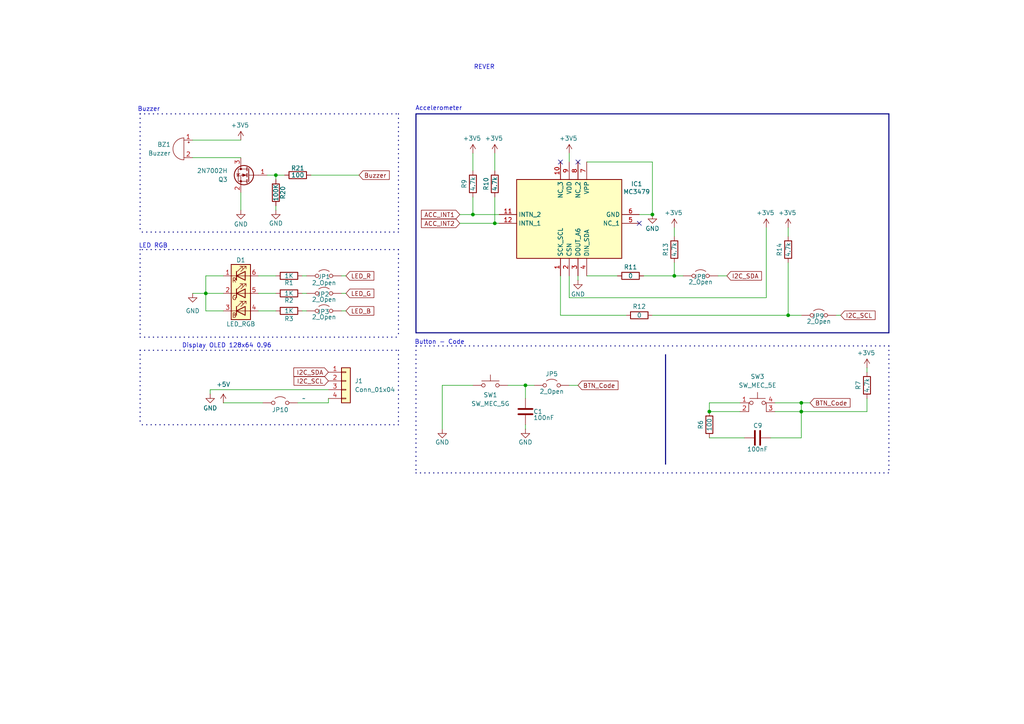
<source format=kicad_sch>
(kicad_sch (version 20231120) (generator "eeschema") (generator_version "8.0")
  (paper "A4")
  (lib_symbols
    (symbol "Connector_Generic:Conn_01x04" (pin_names (offset 1.016) hide)
      (property "Reference" "J" (at 0 5.08 0))
      (property "Value" "Conn_01x04" (at 0 -7.62 0))
      (symbol "Conn_01x04_1_1"
        (rectangle (start -1.27 -4.953) (end 0 -5.207) (stroke (width 0.1524)))
        (rectangle (start -1.27 -2.413) (end 0 -2.667) (stroke (width 0.1524)))
        (rectangle (start -1.27 0.127) (end 0 -0.127) (stroke (width 0.1524)))
        (rectangle (start -1.27 2.667) (end 0 2.413) (stroke (width 0.1524)))
        (rectangle (start -1.27 3.81) (end 1.27 -6.35) (stroke (width 0.254)) (fill (type background)))
        (pin passive line (at -5.08 2.54 0) (length 3.81) (name "Pin_1") (number "1"))
        (pin passive line (at -5.08 0 0) (length 3.81) (name "Pin_2") (number "2"))
        (pin passive line (at -5.08 -2.54 0) (length 3.81) (name "Pin_3") (number "3"))
        (pin passive line (at -5.08 -5.08 0) (length 3.81) (name "Pin_4") (number "4"))
      )
    )
    (symbol "Device:Buzzer" (pin_names (offset 0.0254) hide)
      (property "Reference" "BZ" (at 3.81 1.27 0))
      (property "Value" "Buzzer" (at 3.81 -1.27 0))
      (symbol "Buzzer_0_1"
        (arc (start 0 -3.175) (mid 3.1612 0) (end 0 3.175))
        (polyline (pts (xy -1.651 1.905) (xy -1.143 1.905)))
        (polyline (pts (xy -1.397 2.159) (xy -1.397 1.651)))
        (polyline (pts (xy 0 3.175) (xy 0 -3.175)))
      )
      (symbol "Buzzer_1_1"
        (pin passive line (at -2.54 2.54 0) (length 2.54) (name "+") (number "1"))
        (pin passive line (at -2.54 -2.54 0) (length 2.54) (name "-") (number "2"))
      )
    )
    (symbol "Device:C" (pin_numbers hide) (pin_names (offset 0.254))
      (property "Reference" "C" (at 0.635 2.54 0))
      (property "Value" "C" (at 0.635 -2.54 0))
      (symbol "C_0_1"
        (polyline (pts (xy -2.032 -0.762) (xy 2.032 -0.762)) (stroke (width 0.508)))
        (polyline (pts (xy -2.032 0.762) (xy 2.032 0.762)) (stroke (width 0.508)))
      )
      (symbol "C_1_1"
        (pin passive line (at 0 3.81 270) (length 2.794) (name "~") (number "1"))
        (pin passive line (at 0 -3.81 90) (length 2.794) (name "~") (number "2"))
      )
    )
    (symbol "Device:LED_RGB" (pin_names (offset 0) hide)
      (property "Reference" "D" (at 0 9.398 0))
      (property "Value" "LED_RGB" (at 0 -8.89 0))
      (symbol "LED_RGB_0_0"
        (text "B" (at -1.905 -6.35 0) (effects (font (size 1.27 1.27))))
        (text "G" (at -1.905 -1.27 0) (effects (font (size 1.27 1.27))))
        (text "R" (at -1.905 3.81 0) (effects (font (size 1.27 1.27))))
      )
      (symbol "LED_RGB_0_1"
        (polyline (pts (xy -1.27 -5.08) (xy -2.54 -5.08)))
        (polyline (pts (xy -1.27 -5.08) (xy 1.27 -5.08)))
        (polyline (pts (xy -1.27 -3.81) (xy -1.27 -6.35)) (stroke (width 0.254)))
        (polyline (pts (xy -1.27 0) (xy -2.54 0)))
        (polyline (pts (xy -1.27 1.27) (xy -1.27 -1.27)) (stroke (width 0.254)))
        (polyline (pts (xy -1.27 5.08) (xy -2.54 5.08)))
        (polyline (pts (xy -1.27 5.08) (xy 1.27 5.08)))
        (polyline (pts (xy -1.27 6.35) (xy -1.27 3.81)) (stroke (width 0.254)))
        (polyline (pts (xy 1.27 -5.08) (xy 2.54 -5.08)))
        (polyline (pts (xy 1.27 0) (xy -1.27 0)))
        (polyline (pts (xy 1.27 0) (xy 2.54 0)))
        (polyline (pts (xy 1.27 5.08) (xy 2.54 5.08)))
        (polyline (pts (xy -1.27 1.27) (xy -1.27 -1.27) (xy -1.27 -1.27)))
        (polyline (pts (xy -1.27 6.35) (xy -1.27 3.81) (xy -1.27 3.81)))
        (polyline (pts (xy 1.27 -3.81) (xy 1.27 -6.35) (xy -1.27 -5.08) (xy 1.27 -3.81)) (stroke (width 0.254)))
        (polyline (pts (xy 1.27 1.27) (xy 1.27 -1.27) (xy -1.27 0) (xy 1.27 1.27)) (stroke (width 0.254)))
        (polyline (pts (xy 1.27 6.35) (xy 1.27 3.81) (xy -1.27 5.08) (xy 1.27 6.35)) (stroke (width 0.254)))
        (polyline (pts (xy -1.016 -3.81) (xy 0.508 -2.286) (xy -0.254 -2.286) (xy 0.508 -2.286) (xy 0.508 -3.048)))
        (polyline (pts (xy -1.016 1.27) (xy 0.508 2.794) (xy -0.254 2.794) (xy 0.508 2.794) (xy 0.508 2.032)))
        (polyline (pts (xy -1.016 6.35) (xy 0.508 7.874) (xy -0.254 7.874) (xy 0.508 7.874) (xy 0.508 7.112)))
        (polyline (pts (xy 0 -3.81) (xy 1.524 -2.286) (xy 0.762 -2.286) (xy 1.524 -2.286) (xy 1.524 -3.048)))
        (polyline (pts (xy 0 1.27) (xy 1.524 2.794) (xy 0.762 2.794) (xy 1.524 2.794) (xy 1.524 2.032)))
        (polyline (pts (xy 0 6.35) (xy 1.524 7.874) (xy 0.762 7.874) (xy 1.524 7.874) (xy 1.524 7.112)))
        (rectangle (start 1.27 -1.27) (end 1.27 1.27))
        (rectangle (start 1.27 1.27) (end 1.27 1.27))
        (rectangle (start 1.27 3.81) (end 1.27 6.35))
        (rectangle (start 1.27 6.35) (end 1.27 6.35))
        (rectangle (start 2.794 8.382) (end -2.794 -7.62) (stroke (width 0.254)) (fill (type background)))
      )
      (symbol "LED_RGB_1_1"
        (pin passive line (at -5.08 5.08 0) (length 2.54) (name "RK") (number "1"))
        (pin passive line (at -5.08 0 0) (length 2.54) (name "GK") (number "2"))
        (pin passive line (at -5.08 -5.08 0) (length 2.54) (name "BK") (number "3"))
        (pin passive line (at 5.08 -5.08 180) (length 2.54) (name "BA") (number "4"))
        (pin passive line (at 5.08 0 180) (length 2.54) (name "GA") (number "5"))
        (pin passive line (at 5.08 5.08 180) (length 2.54) (name "RA") (number "6"))
      )
    )
    (symbol "Device:R" (pin_numbers hide) (pin_names (offset 0))
      (property "Reference" "R" (at 2.032 0 90))
      (property "Value" "R" (at 0 0 90))
      (symbol "R_0_1"
        (rectangle (start -1.016 -2.54) (end 1.016 2.54) (stroke (width 0.254)))
      )
      (symbol "R_1_1"
        (pin passive line (at 0 3.81 270) (length 1.27) (name "~") (number "1"))
        (pin passive line (at 0 -3.81 90) (length 1.27) (name "~") (number "2"))
      )
    )
    (symbol "FK:+3V5" (power) (pin_names (offset 0))
      (property "Value" "+3V5" (at 0 3.556 0))
      (symbol "+3V5_0_1"
        (polyline (pts (xy -0.762 1.27) (xy 0 2.54)))
        (polyline (pts (xy 0 0) (xy 0 2.54)))
        (polyline (pts (xy 0 2.54) (xy 0.762 1.27)))
      )
      (symbol "+3V5_1_1"
        (pin power_in line (at 0 0 90) (length 0) hide (name "+3V5") (number "1"))
      )
    )
    (symbol "Jumper:Jumper_2_Open" (pin_numbers hide) (pin_names (offset 0) hide) (exclude_from_sim yes)
      (property "Reference" "JP" (at 0 2.794 0))
      (property "Value" "Jumper_2_Open" (at 0 -2.286 0))
      (symbol "Jumper_2_Open_0_0"
        (circle (center -2.032 0) (radius 0.508))
        (circle (center 2.032 0) (radius 0.508))
      )
      (symbol "Jumper_2_Open_0_1"
        (arc (start 1.524 1.27) (mid 0 1.778) (end -1.524 1.27))
      )
      (symbol "Jumper_2_Open_1_1"
        (pin passive line (at -5.08 0 0) (length 2.54) (name "A") (number "1"))
        (pin passive line (at 5.08 0 180) (length 2.54) (name "B") (number "2"))
      )
    )
    (symbol "MC3479:MC3479"
      (property "Reference" "IC" (at 29.21 17.78 0))
      (property "Value" "MC3479" (at 29.21 15.24 0))
      (symbol "MC3479_1_1"
        (rectangle (start 5.08 12.7) (end 27.94 -17.78) (stroke (width 0.254)) (fill (type background)))
        (pin passive line (at 0 0 0) (length 5.08) (name "SCK_SCL") (number "1"))
        (pin passive line (at 33.02 0 180) (length 5.08) (name "NC_3") (number "10"))
        (pin passive line (at 17.78 17.78 270) (length 5.08) (name "INTN_2") (number "11"))
        (pin passive line (at 15.24 17.78 270) (length 5.08) (name "INTN_1") (number "12"))
        (pin passive line (at 0 -2.54 0) (length 5.08) (name "CSN") (number "2"))
        (pin passive line (at 0 -5.08 0) (length 5.08) (name "DOUT_A6") (number "3"))
        (pin passive line (at 0 -7.62 0) (length 5.08) (name "DIN_SDA") (number "4"))
        (pin passive line (at 15.24 -22.86 90) (length 5.08) (name "NC_1") (number "5"))
        (pin passive line (at 17.78 -22.86 90) (length 5.08) (name "GND") (number "6"))
        (pin passive line (at 33.02 -7.62 180) (length 5.08) (name "VPP") (number "7"))
        (pin passive line (at 33.02 -5.08 180) (length 5.08) (name "NC_2") (number "8"))
        (pin passive line (at 33.02 -2.54 180) (length 5.08) (name "VDD") (number "9"))
      )
    )
    (symbol "Switch:SW_MEC_5E" (pin_names (offset 1.016) hide)
      (property "Reference" "SW" (at 0.635 5.715 0))
      (property "Value" "SW_MEC_5E" (at 0 -3.175 0))
      (symbol "SW_MEC_5E_0_1"
        (circle (center -1.778 2.54) (radius 0.508))
        (polyline (pts (xy -2.286 3.81) (xy 2.286 3.81)))
        (polyline (pts (xy 0 3.81) (xy 0 5.588)))
        (polyline (pts (xy -2.54 0) (xy -2.54 2.54) (xy -2.286 2.54)))
        (polyline (pts (xy 2.54 0) (xy 2.54 2.54) (xy 2.286 2.54)))
        (circle (center 1.778 2.54) (radius 0.508))
        (pin passive line (at -5.08 2.54 0) (length 2.54) (name "1") (number "1"))
        (pin passive line (at -5.08 0 0) (length 2.54) (name "2") (number "2"))
        (pin passive line (at 5.08 0 180) (length 2.54) (name "K") (number "3"))
        (pin passive line (at 5.08 2.54 180) (length 2.54) (name "A") (number "4"))
      )
    )
    (symbol "Switch:SW_MEC_5G" (pin_numbers hide) (pin_names (offset 1.016) hide)
      (property "Reference" "SW" (at 1.27 2.54 0))
      (property "Value" "SW_MEC_5G" (at 0 -1.524 0))
      (symbol "SW_MEC_5G_0_1"
        (circle (center -2.032 0) (radius 0.508))
        (polyline (pts (xy 0 1.27) (xy 0 3.048)))
        (polyline (pts (xy 2.54 1.27) (xy -2.54 1.27)))
        (circle (center 2.032 0) (radius 0.508))
        (pin passive line (at -5.08 0 0) (length 2.54) (name "A") (number "1"))
        (pin passive line (at 5.08 0 180) (length 2.54) (name "B") (number "3"))
      )
      (symbol "SW_MEC_5G_1_1"
        (pin passive line (at -5.08 0 0) (length 2.54) hide (name "A") (number "2"))
        (pin passive line (at 5.08 0 180) (length 2.54) hide (name "B") (number "4"))
      )
    )
    (symbol "Transistor_FET:2N7002H" (pin_names hide)
      (property "Reference" "Q" (at 5.08 1.905 0))
      (property "Value" "2N7002H" (at 5.08 0 0))
      (symbol "2N7002H_0_1"
        (polyline (pts (xy 0.254 0) (xy -2.54 0)))
        (polyline (pts (xy 0.254 1.905) (xy 0.254 -1.905)) (stroke (width 0.254)))
        (polyline (pts (xy 0.762 -1.27) (xy 0.762 -2.286)) (stroke (width 0.254)))
        (polyline (pts (xy 0.762 0.508) (xy 0.762 -0.508)) (stroke (width 0.254)))
        (polyline (pts (xy 0.762 2.286) (xy 0.762 1.27)) (stroke (width 0.254)))
        (polyline (pts (xy 2.54 2.54) (xy 2.54 1.778)))
        (polyline (pts (xy 2.54 -2.54) (xy 2.54 0) (xy 0.762 0)))
        (polyline (pts (xy 0.762 -1.778) (xy 3.302 -1.778) (xy 3.302 1.778) (xy 0.762 1.778)))
        (polyline (pts (xy 1.016 0) (xy 2.032 0.381) (xy 2.032 -0.381) (xy 1.016 0)) (fill (type outline)))
        (polyline (pts (xy 2.794 0.508) (xy 2.921 0.381) (xy 3.683 0.381) (xy 3.81 0.254)))
        (polyline (pts (xy 3.302 0.381) (xy 2.921 -0.254) (xy 3.683 -0.254) (xy 3.302 0.381)))
        (circle (center 1.651 0) (radius 2.794) (stroke (width 0.254)))
        (circle (center 2.54 -1.778) (radius 0.254) (fill (type outline)))
        (circle (center 2.54 1.778) (radius 0.254) (fill (type outline)))
      )
      (symbol "2N7002H_1_1"
        (pin input line (at -5.08 0 0) (length 2.54) (name "G") (number "1"))
        (pin passive line (at 2.54 -5.08 90) (length 2.54) (name "S") (number "2"))
        (pin passive line (at 2.54 5.08 270) (length 2.54) (name "D") (number "3"))
      )
    )
    (symbol "power:+5V" (power) (pin_numbers hide) (pin_names (offset 0) hide)
      (property "Value" "+5V" (at 0 3.556 0))
      (symbol "+5V_0_1"
        (polyline (pts (xy -0.762 1.27) (xy 0 2.54)))
        (polyline (pts (xy 0 0) (xy 0 2.54)))
        (polyline (pts (xy 0 2.54) (xy 0.762 1.27)))
      )
      (symbol "+5V_1_1"
        (pin power_in line (at 0 0 90) (length 0) (name "~") (number "1"))
      )
    )
    (symbol "power:GND" (power) (pin_numbers hide) (pin_names (offset 0) hide)
      (property "Value" "GND" (at 0 -3.81 0))
      (symbol "GND_0_1"
        (polyline (pts (xy 0 0) (xy 0 -1.27) (xy 1.27 -1.27) (xy 0 -2.54) (xy -1.27 -1.27) (xy 0 -1.27)))
      )
      (symbol "GND_1_1"
        (pin power_in line (at 0 0 270) (length 0) (name "~") (number "1"))
      )
    )
  )
  (junction (at 195.58 80.01))
  (junction (at 189.23 62.23))
  (junction (at 232.41 116.84))
  (junction (at 80.01 50.8))
  (junction (at 137.16 62.23))
  (junction (at 232.41 119.38))
  (junction (at 228.6 91.44))
  (junction (at 59.69 85.09))
  (junction (at 152.4 111.76))
  (junction (at 143.51 64.77))
  (junction (at 205.74 119.38))
  (no_connect (at 162.56 46.99))
  (no_connect (at 185.42 64.77))
  (no_connect (at 167.64 46.99))
  (bus (pts (xy 40.64 101.6) (xy 40.64 123.19)) (stroke (width 0) (type dot)))
  (wire (pts (xy 82.55 50.8) (xy 80.01 50.8)))
  (wire (pts (xy 143.51 57.15) (xy 143.51 64.77)))
  (wire (pts (xy 195.58 80.01) (xy 186.69 80.01)))
  (wire (pts (xy 133.35 64.77) (xy 143.51 64.77)))
  (wire (pts (xy 215.9 127) (xy 205.74 127)))
  (wire (pts (xy 99.06 85.09) (xy 100.33 85.09)))
  (wire (pts (xy 165.1 111.76) (xy 167.64 111.76)))
  (wire (pts (xy 228.6 91.44) (xy 232.41 91.44)))
  (wire (pts (xy 128.27 111.76) (xy 137.16 111.76)))
  (wire (pts (xy 59.69 80.01) (xy 59.69 85.09)))
  (wire (pts (xy 86.36 116.84) (xy 95.25 116.84)))
  (wire (pts (xy 232.41 119.38) (xy 224.79 119.38)))
  (wire (pts (xy 170.18 46.99) (xy 189.23 46.99)))
  (wire (pts (xy 99.06 90.17) (xy 100.33 90.17)))
  (bus (pts (xy 115.57 101.6) (xy 115.57 123.19)) (stroke (width 0) (type dot)))
  (wire (pts (xy 167.64 81.28) (xy 167.64 80.01)))
  (wire (pts (xy 80.01 52.07) (xy 80.01 50.8)))
  (wire (pts (xy 87.63 80.01) (xy 88.9 80.01)))
  (wire (pts (xy 80.01 80.01) (xy 74.93 80.01)))
  (wire (pts (xy 137.16 62.23) (xy 144.78 62.23)))
  (bus (pts (xy 40.64 33.02) (xy 40.64 67.31)) (stroke (width 0) (type dot)))
  (wire (pts (xy 90.17 50.8) (xy 104.14 50.8)))
  (wire (pts (xy 232.41 119.38) (xy 251.46 119.38)))
  (wire (pts (xy 137.16 44.45) (xy 137.16 49.53)))
  (wire (pts (xy 152.4 115.57) (xy 152.4 111.76)))
  (wire (pts (xy 222.25 66.04) (xy 222.25 86.36)))
  (wire (pts (xy 232.41 116.84) (xy 232.41 119.38)))
  (wire (pts (xy 165.1 80.01) (xy 165.1 86.36)))
  (wire (pts (xy 80.01 60.96) (xy 80.01 59.69)))
  (bus (pts (xy 257.81 33.02) (xy 257.81 96.52)))
  (wire (pts (xy 152.4 111.76) (xy 154.94 111.76)))
  (bus (pts (xy 40.64 33.02) (xy 115.57 33.02)) (stroke (width 0) (type dot)))
  (bus (pts (xy 120.65 33.02) (xy 257.81 33.02)))
  (wire (pts (xy 165.1 86.36) (xy 222.25 86.36)))
  (wire (pts (xy 205.74 119.38) (xy 214.63 119.38)))
  (wire (pts (xy 143.51 64.77) (xy 144.78 64.77)))
  (bus (pts (xy 120.65 33.02) (xy 120.65 96.52)))
  (wire (pts (xy 208.28 80.01) (xy 210.82 80.01)))
  (bus (pts (xy 120.65 137.16) (xy 257.81 137.16)) (stroke (width 0) (type dot)))
  (wire (pts (xy 189.23 46.99) (xy 189.23 62.23)))
  (wire (pts (xy 189.23 62.23) (xy 185.42 62.23)))
  (wire (pts (xy 64.77 80.01) (xy 59.69 80.01)))
  (wire (pts (xy 69.85 40.64) (xy 55.88 40.64)))
  (wire (pts (xy 59.69 90.17) (xy 59.69 85.09)))
  (wire (pts (xy 64.77 90.17) (xy 59.69 90.17)))
  (wire (pts (xy 59.69 85.09) (xy 64.77 85.09)))
  (wire (pts (xy 87.63 90.17) (xy 88.9 90.17)))
  (wire (pts (xy 69.85 60.96) (xy 69.85 55.88)))
  (wire (pts (xy 152.4 124.46) (xy 152.4 123.19)))
  (wire (pts (xy 60.96 114.3) (xy 60.96 113.03)))
  (wire (pts (xy 179.07 80.01) (xy 170.18 80.01)))
  (wire (pts (xy 60.96 113.03) (xy 95.25 113.03)))
  (wire (pts (xy 143.51 44.45) (xy 143.51 49.53)))
  (wire (pts (xy 80.01 90.17) (xy 74.93 90.17)))
  (wire (pts (xy 228.6 76.2) (xy 228.6 91.44)))
  (wire (pts (xy 228.6 66.04) (xy 228.6 68.58)))
  (wire (pts (xy 195.58 80.01) (xy 198.12 80.01)))
  (bus (pts (xy 115.57 67.31) (xy 40.64 67.31)) (stroke (width 0) (type dot)))
  (wire (pts (xy 242.57 91.44) (xy 243.84 91.44)))
  (bus (pts (xy 120.65 100.33) (xy 120.65 137.16)) (stroke (width 0) (type dot)))
  (wire (pts (xy 214.63 116.84) (xy 205.74 116.84)))
  (wire (pts (xy 87.63 85.09) (xy 88.9 85.09)))
  (wire (pts (xy 251.46 119.38) (xy 251.46 115.57)))
  (wire (pts (xy 80.01 85.09) (xy 74.93 85.09)))
  (wire (pts (xy 80.01 50.8) (xy 77.47 50.8)))
  (wire (pts (xy 195.58 76.2) (xy 195.58 80.01)))
  (bus (pts (xy 40.64 97.79) (xy 115.57 97.79)) (stroke (width 0) (type dot)))
  (bus (pts (xy 115.57 123.19) (xy 40.64 123.19)) (stroke (width 0) (type dot)))
  (wire (pts (xy 133.35 62.23) (xy 137.16 62.23)))
  (bus (pts (xy 257.81 100.33) (xy 120.65 100.33)) (stroke (width 0) (type dot)))
  (wire (pts (xy 55.88 45.72) (xy 69.85 45.72)))
  (wire (pts (xy 251.46 106.68) (xy 251.46 107.95)))
  (wire (pts (xy 95.25 116.84) (xy 95.25 115.57)))
  (bus (pts (xy 257.81 96.52) (xy 120.65 96.52)))
  (wire (pts (xy 162.56 91.44) (xy 162.56 80.01)))
  (bus (pts (xy 40.64 101.6) (xy 115.57 101.6)) (stroke (width 0) (type dot)))
  (bus (pts (xy 115.57 72.39) (xy 115.57 97.79)) (stroke (width 0) (type dot)))
  (wire (pts (xy 232.41 119.38) (xy 232.41 127)))
  (wire (pts (xy 234.95 116.84) (xy 232.41 116.84)))
  (wire (pts (xy 224.79 116.84) (xy 232.41 116.84)))
  (wire (pts (xy 152.4 111.76) (xy 147.32 111.76)))
  (wire (pts (xy 55.88 85.09) (xy 59.69 85.09)))
  (wire (pts (xy 64.77 116.84) (xy 76.2 116.84)))
  (bus (pts (xy 257.81 100.33) (xy 257.81 137.16)) (stroke (width 0) (type dot)))
  (bus (pts (xy 40.64 72.39) (xy 40.64 97.79)) (stroke (width 0) (type dot)))
  (wire (pts (xy 128.27 124.46) (xy 128.27 111.76)))
  (bus (pts (xy 115.57 33.02) (xy 115.57 67.31)) (stroke (width 0) (type dot)))
  (wire (pts (xy 137.16 57.15) (xy 137.16 62.23)))
  (bus (pts (xy 193.04 102.87) (xy 193.04 134.62)))
  (wire (pts (xy 165.1 44.45) (xy 165.1 46.99)))
  (wire (pts (xy 189.23 91.44) (xy 228.6 91.44)))
  (wire (pts (xy 99.06 80.01) (xy 100.33 80.01)))
  (wire (pts (xy 223.52 127) (xy 232.41 127)))
  (wire (pts (xy 205.74 116.84) (xy 205.74 119.38)))
  (wire (pts (xy 181.61 91.44) (xy 162.56 91.44)))
  (bus (pts (xy 115.57 72.39) (xy 40.64 72.39)) (stroke (width 0) (type dot)))
  (wire (pts (xy 195.58 66.04) (xy 195.58 68.58)))
  (text "Display OLED 128x64 0.96" (at 65.786 100.33 0) (effects (font (size 1.27 1.27))))
  (text "LED RGB" (at 44.45 71.374 0) (effects (font (size 1.27 1.27))))
  (text "REVER" (at 140.462 19.558 0) (effects (font (size 1.27 1.27))))
  (text "Buzzer" (at 43.18 31.75 0) (effects (font (size 1.27 1.27))))
  (text "Button - Code" (at 127.508 99.314 0) (effects (font (size 1.27 1.27))))
  (text "Accelerometer" (at 127.254 31.496 0) (effects (font (size 1.27 1.27))))
  (global_label "I2C_SCL" (shape input) (at 95.25 110.49 180) (property "Intersheetrefs" "${INTERSHEET_REFS}" (effects (hide yes))))
  (global_label "LED_G" (shape input) (at 100.33 85.09 0) (property "Intersheetrefs" "${INTERSHEET_REFS}" (effects (hide yes))))
  (global_label "BTN_Code" (shape input) (at 167.64 111.76 0) (property "Intersheetrefs" "${INTERSHEET_REFS}" (effects (hide yes))))
  (global_label "Buzzer" (shape input) (at 104.14 50.8 0) (property "Intersheetrefs" "${INTERSHEET_REFS}" (effects (hide yes))))
  (global_label "I2C_SCL" (shape input) (at 243.84 91.44 0) (property "Intersheetrefs" "${INTERSHEET_REFS}" (effects (hide yes))))
  (global_label "LED_B" (shape input) (at 100.33 90.17 0) (property "Intersheetrefs" "${INTERSHEET_REFS}" (effects (hide yes))))
  (global_label "I2C_SDA" (shape input) (at 210.82 80.01 0) (property "Intersheetrefs" "${INTERSHEET_REFS}" (effects (hide yes))))
  (global_label "BTN_Code" (shape input) (at 234.95 116.84 0) (property "Intersheetrefs" "${INTERSHEET_REFS}" (effects (hide yes))))
  (global_label "LED_R" (shape input) (at 100.33 80.01 0) (property "Intersheetrefs" "${INTERSHEET_REFS}" (effects (hide yes))))
  (global_label "I2C_SDA" (shape input) (at 95.25 107.95 180) (property "Intersheetrefs" "${INTERSHEET_REFS}" (effects (hide yes))))
  (global_label "ACC_INT2" (shape input) (at 133.35 64.77 180) (property "Intersheetrefs" "${INTERSHEET_REFS}" (effects (hide yes))))
  (global_label "ACC_INT1" (shape input) (at 133.35 62.23 180) (property "Intersheetrefs" "${INTERSHEET_REFS}" (effects (hide yes))))
  (symbol (lib_id "FK:+3V5") (at 228.6 66.04 0) (unit 1)
    (property "Reference" "#PWR030" (effects (hide yes)))
    (property "Value" "+3V5" (at 228.346 61.722 0))
    (property "Description" "Power symbol creates a global label with name \"+3V8\"" (effects (hide yes)))
  )
  (symbol (lib_id "power:GND") (at 167.64 81.28 0) (unit 1)
    (property "Reference" "#PWR027" (effects (hide yes)))
    (property "Value" "GND" (at 167.64 85.344 0))
    (property "Description" "Power symbol creates a global label with name \"GND\" , ground" (effects (hide yes)))
  )
  (symbol (lib_id "FK:+3V5") (at 251.46 106.68 0) (unit 1)
    (property "Reference" "#PWR022" (effects (hide yes)))
    (property "Value" "+3V5" (at 251.206 102.362 0))
    (property "Description" "Power symbol creates a global label with name \"+3V8\"" (effects (hide yes)))
  )
  (symbol (lib_id "Device:R") (at 143.51 53.34 180) (unit 1)
    (property "Reference" "R10" (at 140.97 53.34 90))
    (property "Value" "4.7k" (at 143.51 53.34 90))
    (property "Description" "Resistor" (effects (hide yes)))
  )
  (symbol (lib_id "Device:R") (at 83.82 85.09 90) (unit 1)
    (property "Reference" "R2" (at 83.82 87.122 90))
    (property "Value" "1K" (at 83.82 85.09 90))
    (property "Description" "Resistor" (effects (hide yes)))
  )
  (symbol (lib_id "Jumper:Jumper_2_Open") (at 93.98 80.01 0) (unit 1) (exclude_from_sim yes)
    (property "Reference" "JP1" (at 93.98 80.264 0))
    (property "Value" "2_Open" (at 93.98 82.042 0))
    (property "Footprint" "TestPoint:TestPoint_2Pads_Pitch5.08mm_Drill1.3mm" (effects (hide yes)))
    (property "Description" "Jumper, 2-pole, open" (effects (hide yes)))
  )
  (symbol (lib_id "Device:R") (at 195.58 72.39 180) (unit 1)
    (property "Reference" "R13" (at 193.04 72.39 90))
    (property "Value" "4.7k" (at 195.58 72.39 90))
    (property "Description" "Resistor" (effects (hide yes)))
  )
  (symbol (lib_id "Device:R") (at 182.88 80.01 90) (unit 1)
    (property "Reference" "R11" (at 182.88 77.47 90))
    (property "Value" "0" (at 182.88 80.01 90))
    (property "Description" "Resistor" (effects (hide yes)))
  )
  (symbol (lib_id "Device:C") (at 152.4 119.38 0) (unit 1)
    (property "Reference" "C1" (at 154.686 119.38 0) (effects (justify left)))
    (property "Value" "100nF" (at 154.686 121.158 0) (effects (justify left)))
    (property "Description" "Unpolarized capacitor" (effects (hide yes)))
  )
  (symbol (lib_id "power:GND") (at 189.23 62.23 0) (unit 1)
    (property "Reference" "#PWR028" (effects (hide yes)))
    (property "Value" "GND" (at 189.23 66.294 0))
    (property "Description" "Power symbol creates a global label with name \"GND\" , ground" (effects (hide yes)))
  )
  (symbol (lib_id "Device:C") (at 219.71 127 270) (unit 1)
    (property "Reference" "C9" (at 218.44 123.444 90) (effects (justify left)))
    (property "Value" "100nF" (at 216.662 130.302 90) (effects (justify left)))
    (property "Description" "Unpolarized capacitor" (effects (hide yes)))
  )
  (symbol (lib_id "Connector_Generic:Conn_01x04") (at 100.33 110.49 0) (unit 1)
    (property "Reference" "J1" (at 102.87 110.4899 0) (effects (justify left)))
    (property "Value" "Conn_01x04" (at 102.87 113.0299 0) (effects (justify left)))
    (property "Description" "Generic connector, single row, 01x04, script generated (kicad-library-utils/schlib/autogen/connector/)" (effects (hide yes)))
  )
  (symbol (lib_id "power:GND") (at 152.4 124.46 0) (unit 1)
    (property "Reference" "#PWR010" (effects (hide yes)))
    (property "Value" "GND" (at 152.4 128.27 0))
    (property "Description" "Power symbol creates a global label with name \"GND\" , ground" (effects (hide yes)))
  )
  (symbol (lib_id "Device:LED_RGB") (at 69.85 85.09 0) (unit 1)
    (property "Reference" "D1" (at 69.85 75.438 0))
    (property "Value" "LED_RGB" (at 69.85 93.98 0))
    (property "Description" "RGB LED, 6 pin package" (effects (hide yes)))
  )
  (symbol (lib_id "Device:R") (at 251.46 111.76 180) (unit 1)
    (property "Reference" "R7" (at 248.92 111.76 90))
    (property "Value" "4.7k" (at 251.46 111.76 90))
    (property "Description" "Resistor" (effects (hide yes)))
  )
  (symbol (lib_id "FK:+3V5") (at 222.25 66.04 0) (unit 1)
    (property "Reference" "#PWR029" (effects (hide yes)))
    (property "Value" "+3V5" (at 221.996 61.722 0))
    (property "Description" "Power symbol creates a global label with name \"+3V8\"" (effects (hide yes)))
  )
  (symbol (lib_id "Device:R") (at 83.82 90.17 90) (unit 1)
    (property "Reference" "R3" (at 83.82 92.456 90))
    (property "Value" "1K" (at 83.82 90.17 90))
    (property "Description" "Resistor" (effects (hide yes)))
  )
  (symbol (lib_id "Jumper:Jumper_2_Open") (at 237.49 91.44 0) (unit 1) (exclude_from_sim yes)
    (property "Reference" "JP9" (at 237.236 91.694 0))
    (property "Value" "2_Open" (at 237.49 93.218 0))
    (property "Footprint" "TestPoint:TestPoint_2Pads_Pitch5.08mm_Drill1.3mm" (effects (hide yes)))
    (property "Description" "Jumper, 2-pole, open" (effects (hide yes)))
  )
  (symbol (lib_id "Jumper:Jumper_2_Open") (at 81.28 116.84 0) (unit 1) (exclude_from_sim yes)
    (property "Reference" "JP10" (at 81.28 118.872 0))
    (property "Value" "~" (at 88.138 115.57 0))
    (property "Footprint" "TestPoint:TestPoint_2Pads_Pitch5.08mm_Drill1.3mm" (effects (hide yes)))
    (property "Description" "Jumper, 2-pole, open" (effects (hide yes)))
  )
  (symbol (lib_id "FK:+3V5") (at 137.16 44.45 0) (unit 1)
    (property "Reference" "#PWR024" (effects (hide yes)))
    (property "Value" "+3V5" (at 136.906 40.132 0))
    (property "Description" "Power symbol creates a global label with name \"+3V8\"" (effects (hide yes)))
  )
  (symbol (lib_id "Switch:SW_MEC_5E") (at 219.71 119.38 0) (unit 1)
    (property "Reference" "SW3" (at 219.71 109.22 0))
    (property "Value" "SW_MEC_5E" (at 219.71 111.76 0))
    (property "Datasheet" "http://www.apem.com/int/index.php?controller=attachment&id_attachment=1371" (effects (hide yes)))
    (property "Description" "MEC 5E single pole normally-open tactile switch" (effects (hide yes)))
  )
  (symbol (lib_id "Jumper:Jumper_2_Open") (at 93.98 85.09 0) (unit 1) (exclude_from_sim yes)
    (property "Reference" "JP2" (at 93.726 85.344 0))
    (property "Value" "2_Open" (at 93.98 86.868 0))
    (property "Footprint" "TestPoint:TestPoint_2Pads_Pitch5.08mm_Drill1.3mm" (effects (hide yes)))
    (property "Description" "Jumper, 2-pole, open" (effects (hide yes)))
  )
  (symbol (lib_id "FK:+3V5") (at 143.51 44.45 0) (unit 1)
    (property "Reference" "#PWR045" (effects (hide yes)))
    (property "Value" "+3V5" (at 143.256 40.132 0))
    (property "Description" "Power symbol creates a global label with name \"+3V8\"" (effects (hide yes)))
  )
  (symbol (lib_id "power:+5V") (at 64.77 116.84 0) (unit 1)
    (property "Reference" "#PWR04" (effects (hide yes)))
    (property "Value" "+5V" (at 64.77 111.506 0))
    (property "Description" "Power symbol creates a global label with name \"+5V\"" (effects (hide yes)))
  )
  (symbol (lib_id "Transistor_FET:2N7002H") (at 72.39 50.8 0) (mirror y) (unit 1)
    (property "Reference" "Q3" (at 66.04 52.0701 0) (effects (justify left)))
    (property "Value" "2N7002H" (at 66.04 49.5301 0) (effects (justify left)))
    (property "Footprint" "Package_TO_SOT_SMD:SOT-23" (effects (hide yes)))
    (property "Datasheet" "http://www.diodes.com/assets/Datasheets/2N7002H.pdf" (effects (hide yes)))
    (property "Description" "0.21A Id, 60V Vds, N-Channel MOSFET, SOT-23" (effects (hide yes)))
  )
  (symbol (lib_id "Device:R") (at 80.01 55.88 180) (unit 1)
    (property "Reference" "R20" (at 82.042 55.88 90))
    (property "Value" "100K" (at 80.01 55.88 90))
    (property "Description" "Resistor" (effects (hide yes)))
  )
  (symbol (lib_id "FK:+3V5") (at 165.1 44.45 0) (unit 1)
    (property "Reference" "#PWR026" (effects (hide yes)))
    (property "Value" "+3V5" (at 164.846 40.132 0))
    (property "Description" "Power symbol creates a global label with name \"+3V8\"" (effects (hide yes)))
  )
  (symbol (lib_id "power:GND") (at 55.88 85.09 0) (unit 1)
    (property "Reference" "#PWR02" (effects (hide yes)))
    (property "Value" "GND" (at 55.88 90.17 0))
    (property "Description" "Power symbol creates a global label with name \"GND\" , ground" (effects (hide yes)))
  )
  (symbol (lib_id "power:GND") (at 128.27 124.46 0) (unit 1)
    (property "Reference" "#PWR03" (effects (hide yes)))
    (property "Value" "GND" (at 128.27 128.27 0))
    (property "Description" "Power symbol creates a global label with name \"GND\" , ground" (effects (hide yes)))
  )
  (symbol (lib_id "Jumper:Jumper_2_Open") (at 160.02 111.76 0) (unit 1) (exclude_from_sim yes)
    (property "Reference" "JP5" (at 160.02 108.458 0))
    (property "Value" "2_Open" (at 160.02 113.538 0))
    (property "Footprint" "TestPoint:TestPoint_2Pads_Pitch5.08mm_Drill1.3mm" (effects (hide yes)))
    (property "Description" "Jumper, 2-pole, open" (effects (hide yes)))
  )
  (symbol (lib_id "Device:R") (at 228.6 72.39 180) (unit 1)
    (property "Reference" "R14" (at 226.06 72.39 90))
    (property "Value" "4.7k" (at 228.6 72.39 90))
    (property "Description" "Resistor" (effects (hide yes)))
  )
  (symbol (lib_id "Jumper:Jumper_2_Open") (at 203.2 80.01 0) (unit 1) (exclude_from_sim yes)
    (property "Reference" "JP8" (at 202.946 80.264 0))
    (property "Value" "2_Open" (at 203.2 81.788 0))
    (property "Footprint" "TestPoint:TestPoint_2Pads_Pitch5.08mm_Drill1.3mm" (effects (hide yes)))
    (property "Description" "Jumper, 2-pole, open" (effects (hide yes)))
  )
  (symbol (lib_id "power:GND") (at 80.01 60.96 0) (mirror y) (unit 1)
    (property "Reference" "#PWR043" (effects (hide yes)))
    (property "Value" "GND" (at 77.978 64.77 0) (effects (justify right)))
    (property "Description" "Power symbol creates a global label with name \"GND\" , ground" (effects (hide yes)))
  )
  (symbol (lib_id "Device:R") (at 185.42 91.44 90) (unit 1)
    (property "Reference" "R12" (at 185.42 88.9 90))
    (property "Value" "0" (at 185.42 91.44 90))
    (property "Description" "Resistor" (effects (hide yes)))
  )
  (symbol (lib_id "Jumper:Jumper_2_Open") (at 93.98 90.17 0) (unit 1) (exclude_from_sim yes)
    (property "Reference" "JP3" (at 93.726 90.424 0))
    (property "Value" "2_Open" (at 93.98 91.948 0))
    (property "Footprint" "TestPoint:TestPoint_2Pads_Pitch5.08mm_Drill1.3mm" (effects (hide yes)))
    (property "Description" "Jumper, 2-pole, open" (effects (hide yes)))
  )
  (symbol (lib_id "FK:+3V5") (at 195.58 66.04 0) (unit 1)
    (property "Reference" "#PWR025" (effects (hide yes)))
    (property "Value" "+3V5" (at 195.326 61.722 0))
    (property "Description" "Power symbol creates a global label with name \"+3V8\"" (effects (hide yes)))
  )
  (symbol (lib_id "Device:R") (at 83.82 80.01 90) (unit 1)
    (property "Reference" "R1" (at 83.82 82.042 90))
    (property "Value" "1K" (at 83.82 80.01 90))
    (property "Description" "Resistor" (effects (hide yes)))
  )
  (symbol (lib_id "Device:R") (at 137.16 53.34 180) (unit 1)
    (property "Reference" "R9" (at 134.62 53.34 90))
    (property "Value" "4.7k" (at 137.16 53.34 90))
    (property "Description" "Resistor" (effects (hide yes)))
  )
  (symbol (lib_id "Device:R") (at 205.74 123.19 180) (unit 1)
    (property "Reference" "R6" (at 203.2 123.19 90))
    (property "Value" "100" (at 205.74 123.19 90))
    (property "Description" "Resistor" (effects (hide yes)))
  )
  (symbol (lib_id "FK:+3V5") (at 69.85 40.64 0) (unit 1)
    (property "Reference" "#PWR031" (effects (hide yes)))
    (property "Value" "+3V5" (at 69.596 36.322 0))
    (property "Description" "Power symbol creates a global label with name \"+3V8\"" (effects (hide yes)))
  )
  (symbol (lib_id "power:GND") (at 60.96 114.3 0) (unit 1)
    (property "Reference" "#PWR05" (effects (hide yes)))
    (property "Value" "GND" (at 60.96 118.364 0))
    (property "Description" "Power symbol creates a global label with name \"GND\" , ground" (effects (hide yes)))
  )
  (symbol (lib_id "Device:R") (at 86.36 50.8 270) (unit 1)
    (property "Reference" "R21" (at 86.36 48.768 90))
    (property "Value" "100" (at 86.36 50.8 90))
    (property "Description" "Resistor" (effects (hide yes)))
  )
  (symbol (lib_id "Switch:SW_MEC_5G") (at 142.24 111.76 0) (unit 1)
    (property "Reference" "SW1" (at 142.24 114.554 0))
    (property "Value" "SW_MEC_5G" (at 142.24 117.094 0))
    (property "Datasheet" "http://www.apem.com/int/index.php?controller=attachment&id_attachment=488" (effects (hide yes)))
    (property "Description" "MEC 5G single pole normally-open tactile switch" (effects (hide yes)))
  )
  (symbol (lib_id "power:GND") (at 69.85 60.96 0) (mirror y) (unit 1)
    (property "Reference" "#PWR011" (effects (hide yes)))
    (property "Value" "GND" (at 67.818 65.024 0) (effects (justify right)))
    (property "Description" "Power symbol creates a global label with name \"GND\" , ground" (effects (hide yes)))
  )
  (symbol (lib_id "MC3479:MC3479") (at 162.56 80.01 90) (unit 1)
    (property "Reference" "IC1" (at 184.658 53.34 90))
    (property "Value" "MC3479" (at 184.658 55.626 90))
    (property "Footprint" "MC3479" (effects (hide yes)))
    (property "Datasheet" "http://www.memsic.com/uploadfiles/2020/08/20200827164636363.pdf" (effects (hide yes)))
    (property "Description" "Accelerometers Small Digital 3-axis Accelerometer Sensor" (effects (hide yes)))
    (property "Height" "1" (effects (hide yes)))
    (property "Mouser Part Number" "498-MC3479" (effects (hide yes)))
    (property "Mouser Price/Stock" "https://www.mouser.co.uk/ProductDetail/MEMSIC/MC3479?qs=OlC7AqGiEDmYmlaMvA9fTA%3D%3D" (effects (hide yes)))
    (property "Manufacturer_Name" "MEMSIC" (effects (hide yes)))
    (property "Manufacturer_Part_Number" "MC3479" (effects (hide yes)))
  )
  (symbol (lib_id "Device:Buzzer") (at 53.34 43.18 0) (mirror y) (unit 1)
    (property "Reference" "BZ1" (at 49.53 41.9099 0) (effects (justify left)))
    (property "Value" "Buzzer" (at 49.53 44.4499 0) (effects (justify left)))
    (property "Description" "Buzzer, polarized" (effects (hide yes)))
  )
)
</source>
